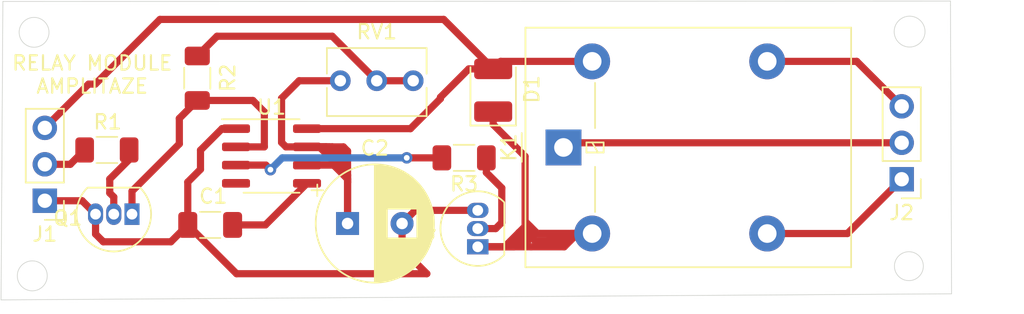
<source format=kicad_pcb>
(kicad_pcb (version 20171130) (host pcbnew "(5.1.10)-1")

  (general
    (thickness 1.6)
    (drawings 12)
    (tracks 124)
    (zones 0)
    (modules 13)
    (nets 16)
  )

  (page A4)
  (layers
    (0 F.Cu signal)
    (31 B.Cu signal)
    (32 B.Adhes user)
    (33 F.Adhes user)
    (34 B.Paste user)
    (35 F.Paste user)
    (36 B.SilkS user)
    (37 F.SilkS user)
    (38 B.Mask user)
    (39 F.Mask user)
    (40 Dwgs.User user)
    (41 Cmts.User user)
    (42 Eco1.User user)
    (43 Eco2.User user)
    (44 Edge.Cuts user)
    (45 Margin user)
    (46 B.CrtYd user)
    (47 F.CrtYd user hide)
    (48 B.Fab user)
    (49 F.Fab user hide)
  )

  (setup
    (last_trace_width 0.25)
    (user_trace_width 0.5)
    (trace_clearance 0.2)
    (zone_clearance 0.508)
    (zone_45_only no)
    (trace_min 0.2)
    (via_size 0.8)
    (via_drill 0.4)
    (via_min_size 0.4)
    (via_min_drill 0.3)
    (uvia_size 0.3)
    (uvia_drill 0.1)
    (uvias_allowed no)
    (uvia_min_size 0.2)
    (uvia_min_drill 0.1)
    (edge_width 0.05)
    (segment_width 0.2)
    (pcb_text_width 0.3)
    (pcb_text_size 1.5 1.5)
    (mod_edge_width 0.12)
    (mod_text_size 1 1)
    (mod_text_width 0.15)
    (pad_size 1.524 1.524)
    (pad_drill 0.762)
    (pad_to_mask_clearance 0)
    (aux_axis_origin 0 0)
    (visible_elements 7FFFFFFF)
    (pcbplotparams
      (layerselection 0x010fc_ffffffff)
      (usegerberextensions false)
      (usegerberattributes true)
      (usegerberadvancedattributes true)
      (creategerberjobfile true)
      (excludeedgelayer true)
      (linewidth 0.100000)
      (plotframeref false)
      (viasonmask false)
      (mode 1)
      (useauxorigin false)
      (hpglpennumber 1)
      (hpglpenspeed 20)
      (hpglpendiameter 15.000000)
      (psnegative false)
      (psa4output false)
      (plotreference true)
      (plotvalue true)
      (plotinvisibletext false)
      (padsonsilk false)
      (subtractmaskfromsilk false)
      (outputformat 1)
      (mirror false)
      (drillshape 1)
      (scaleselection 1)
      (outputdirectory ""))
  )

  (net 0 "")
  (net 1 "Net-(C1-Pad1)")
  (net 2 GND)
  (net 3 "Net-(C2-Pad1)")
  (net 4 "Net-(D1-Pad1)")
  (net 5 +12V)
  (net 6 SG)
  (net 7 NC)
  (net 8 CON)
  (net 9 NO)
  (net 10 "Net-(Q1-Pad1)")
  (net 11 "Net-(Q1-Pad2)")
  (net 12 "Net-(Q2-Pad2)")
  (net 13 "Net-(R2-Pad1)")
  (net 14 "Net-(R3-Pad2)")
  (net 15 "Net-(U1-Pad4)")

  (net_class Default "This is the default net class."
    (clearance 0.2)
    (trace_width 0.25)
    (via_dia 0.8)
    (via_drill 0.4)
    (uvia_dia 0.3)
    (uvia_drill 0.1)
    (add_net +12V)
    (add_net CON)
    (add_net GND)
    (add_net NC)
    (add_net NO)
    (add_net "Net-(C1-Pad1)")
    (add_net "Net-(C2-Pad1)")
    (add_net "Net-(D1-Pad1)")
    (add_net "Net-(Q1-Pad1)")
    (add_net "Net-(Q1-Pad2)")
    (add_net "Net-(Q2-Pad2)")
    (add_net "Net-(R2-Pad1)")
    (add_net "Net-(R3-Pad2)")
    (add_net "Net-(U1-Pad4)")
    (add_net SG)
  )

  (module Capacitor_SMD:C_1206_3216Metric_Pad1.33x1.80mm_HandSolder (layer F.Cu) (tedit 5F68FEEF) (tstamp 60AEA42F)
    (at 173.325 102.6 180)
    (descr "Capacitor SMD 1206 (3216 Metric), square (rectangular) end terminal, IPC_7351 nominal with elongated pad for handsoldering. (Body size source: IPC-SM-782 page 76, https://www.pcb-3d.com/wordpress/wp-content/uploads/ipc-sm-782a_amendment_1_and_2.pdf), generated with kicad-footprint-generator")
    (tags "capacitor handsolder")
    (path /60AE98A7)
    (attr smd)
    (fp_text reference C1 (at -0.2125 2) (layer F.SilkS)
      (effects (font (size 1 1) (thickness 0.15)))
    )
    (fp_text value C (at 0 1.85) (layer F.Fab)
      (effects (font (size 1 1) (thickness 0.15)))
    )
    (fp_line (start -1.6 0.8) (end -1.6 -0.8) (layer F.Fab) (width 0.1))
    (fp_line (start -1.6 -0.8) (end 1.6 -0.8) (layer F.Fab) (width 0.1))
    (fp_line (start 1.6 -0.8) (end 1.6 0.8) (layer F.Fab) (width 0.1))
    (fp_line (start 1.6 0.8) (end -1.6 0.8) (layer F.Fab) (width 0.1))
    (fp_line (start -0.711252 -0.91) (end 0.711252 -0.91) (layer F.SilkS) (width 0.12))
    (fp_line (start -0.711252 0.91) (end 0.711252 0.91) (layer F.SilkS) (width 0.12))
    (fp_line (start -2.48 1.15) (end -2.48 -1.15) (layer F.CrtYd) (width 0.05))
    (fp_line (start -2.48 -1.15) (end 2.48 -1.15) (layer F.CrtYd) (width 0.05))
    (fp_line (start 2.48 -1.15) (end 2.48 1.15) (layer F.CrtYd) (width 0.05))
    (fp_line (start 2.48 1.15) (end -2.48 1.15) (layer F.CrtYd) (width 0.05))
    (fp_text user %R (at 0 0) (layer F.Fab)
      (effects (font (size 0.8 0.8) (thickness 0.12)))
    )
    (pad 1 smd roundrect (at -1.5625 0 180) (size 1.325 1.8) (layers F.Cu F.Paste F.Mask) (roundrect_rratio 0.188679)
      (net 1 "Net-(C1-Pad1)"))
    (pad 2 smd roundrect (at 1.5625 0 180) (size 1.325 1.8) (layers F.Cu F.Paste F.Mask) (roundrect_rratio 0.188679)
      (net 2 GND))
    (model ${KISYS3DMOD}/Capacitor_SMD.3dshapes/C_1206_3216Metric.wrl
      (at (xyz 0 0 0))
      (scale (xyz 1 1 1))
      (rotate (xyz 0 0 0))
    )
  )

  (module Capacitor_THT:CP_Radial_D8.0mm_P3.80mm (layer F.Cu) (tedit 5AE50EF0) (tstamp 60AEA4D8)
    (at 182.9 102.5)
    (descr "CP, Radial series, Radial, pin pitch=3.80mm, , diameter=8mm, Electrolytic Capacitor")
    (tags "CP Radial series Radial pin pitch 3.80mm  diameter 8mm Electrolytic Capacitor")
    (path /60AE90B7)
    (fp_text reference C2 (at 1.9 -5.25) (layer F.SilkS)
      (effects (font (size 1 1) (thickness 0.15)))
    )
    (fp_text value CP (at 1.9 5.25) (layer F.Fab)
      (effects (font (size 1 1) (thickness 0.15)))
    )
    (fp_circle (center 1.9 0) (end 5.9 0) (layer F.Fab) (width 0.1))
    (fp_circle (center 1.9 0) (end 6.02 0) (layer F.SilkS) (width 0.12))
    (fp_circle (center 1.9 0) (end 6.15 0) (layer F.CrtYd) (width 0.05))
    (fp_line (start -1.526759 -1.7475) (end -0.726759 -1.7475) (layer F.Fab) (width 0.1))
    (fp_line (start -1.126759 -2.1475) (end -1.126759 -1.3475) (layer F.Fab) (width 0.1))
    (fp_line (start 1.9 -4.08) (end 1.9 4.08) (layer F.SilkS) (width 0.12))
    (fp_line (start 1.94 -4.08) (end 1.94 4.08) (layer F.SilkS) (width 0.12))
    (fp_line (start 1.98 -4.08) (end 1.98 4.08) (layer F.SilkS) (width 0.12))
    (fp_line (start 2.02 -4.079) (end 2.02 4.079) (layer F.SilkS) (width 0.12))
    (fp_line (start 2.06 -4.077) (end 2.06 4.077) (layer F.SilkS) (width 0.12))
    (fp_line (start 2.1 -4.076) (end 2.1 4.076) (layer F.SilkS) (width 0.12))
    (fp_line (start 2.14 -4.074) (end 2.14 4.074) (layer F.SilkS) (width 0.12))
    (fp_line (start 2.18 -4.071) (end 2.18 4.071) (layer F.SilkS) (width 0.12))
    (fp_line (start 2.22 -4.068) (end 2.22 4.068) (layer F.SilkS) (width 0.12))
    (fp_line (start 2.26 -4.065) (end 2.26 4.065) (layer F.SilkS) (width 0.12))
    (fp_line (start 2.3 -4.061) (end 2.3 4.061) (layer F.SilkS) (width 0.12))
    (fp_line (start 2.34 -4.057) (end 2.34 4.057) (layer F.SilkS) (width 0.12))
    (fp_line (start 2.38 -4.052) (end 2.38 4.052) (layer F.SilkS) (width 0.12))
    (fp_line (start 2.42 -4.048) (end 2.42 4.048) (layer F.SilkS) (width 0.12))
    (fp_line (start 2.46 -4.042) (end 2.46 4.042) (layer F.SilkS) (width 0.12))
    (fp_line (start 2.5 -4.037) (end 2.5 4.037) (layer F.SilkS) (width 0.12))
    (fp_line (start 2.54 -4.03) (end 2.54 4.03) (layer F.SilkS) (width 0.12))
    (fp_line (start 2.58 -4.024) (end 2.58 4.024) (layer F.SilkS) (width 0.12))
    (fp_line (start 2.621 -4.017) (end 2.621 4.017) (layer F.SilkS) (width 0.12))
    (fp_line (start 2.661 -4.01) (end 2.661 4.01) (layer F.SilkS) (width 0.12))
    (fp_line (start 2.701 -4.002) (end 2.701 4.002) (layer F.SilkS) (width 0.12))
    (fp_line (start 2.741 -3.994) (end 2.741 3.994) (layer F.SilkS) (width 0.12))
    (fp_line (start 2.781 -3.985) (end 2.781 -1.04) (layer F.SilkS) (width 0.12))
    (fp_line (start 2.781 1.04) (end 2.781 3.985) (layer F.SilkS) (width 0.12))
    (fp_line (start 2.821 -3.976) (end 2.821 -1.04) (layer F.SilkS) (width 0.12))
    (fp_line (start 2.821 1.04) (end 2.821 3.976) (layer F.SilkS) (width 0.12))
    (fp_line (start 2.861 -3.967) (end 2.861 -1.04) (layer F.SilkS) (width 0.12))
    (fp_line (start 2.861 1.04) (end 2.861 3.967) (layer F.SilkS) (width 0.12))
    (fp_line (start 2.901 -3.957) (end 2.901 -1.04) (layer F.SilkS) (width 0.12))
    (fp_line (start 2.901 1.04) (end 2.901 3.957) (layer F.SilkS) (width 0.12))
    (fp_line (start 2.941 -3.947) (end 2.941 -1.04) (layer F.SilkS) (width 0.12))
    (fp_line (start 2.941 1.04) (end 2.941 3.947) (layer F.SilkS) (width 0.12))
    (fp_line (start 2.981 -3.936) (end 2.981 -1.04) (layer F.SilkS) (width 0.12))
    (fp_line (start 2.981 1.04) (end 2.981 3.936) (layer F.SilkS) (width 0.12))
    (fp_line (start 3.021 -3.925) (end 3.021 -1.04) (layer F.SilkS) (width 0.12))
    (fp_line (start 3.021 1.04) (end 3.021 3.925) (layer F.SilkS) (width 0.12))
    (fp_line (start 3.061 -3.914) (end 3.061 -1.04) (layer F.SilkS) (width 0.12))
    (fp_line (start 3.061 1.04) (end 3.061 3.914) (layer F.SilkS) (width 0.12))
    (fp_line (start 3.101 -3.902) (end 3.101 -1.04) (layer F.SilkS) (width 0.12))
    (fp_line (start 3.101 1.04) (end 3.101 3.902) (layer F.SilkS) (width 0.12))
    (fp_line (start 3.141 -3.889) (end 3.141 -1.04) (layer F.SilkS) (width 0.12))
    (fp_line (start 3.141 1.04) (end 3.141 3.889) (layer F.SilkS) (width 0.12))
    (fp_line (start 3.181 -3.877) (end 3.181 -1.04) (layer F.SilkS) (width 0.12))
    (fp_line (start 3.181 1.04) (end 3.181 3.877) (layer F.SilkS) (width 0.12))
    (fp_line (start 3.221 -3.863) (end 3.221 -1.04) (layer F.SilkS) (width 0.12))
    (fp_line (start 3.221 1.04) (end 3.221 3.863) (layer F.SilkS) (width 0.12))
    (fp_line (start 3.261 -3.85) (end 3.261 -1.04) (layer F.SilkS) (width 0.12))
    (fp_line (start 3.261 1.04) (end 3.261 3.85) (layer F.SilkS) (width 0.12))
    (fp_line (start 3.301 -3.835) (end 3.301 -1.04) (layer F.SilkS) (width 0.12))
    (fp_line (start 3.301 1.04) (end 3.301 3.835) (layer F.SilkS) (width 0.12))
    (fp_line (start 3.341 -3.821) (end 3.341 -1.04) (layer F.SilkS) (width 0.12))
    (fp_line (start 3.341 1.04) (end 3.341 3.821) (layer F.SilkS) (width 0.12))
    (fp_line (start 3.381 -3.805) (end 3.381 -1.04) (layer F.SilkS) (width 0.12))
    (fp_line (start 3.381 1.04) (end 3.381 3.805) (layer F.SilkS) (width 0.12))
    (fp_line (start 3.421 -3.79) (end 3.421 -1.04) (layer F.SilkS) (width 0.12))
    (fp_line (start 3.421 1.04) (end 3.421 3.79) (layer F.SilkS) (width 0.12))
    (fp_line (start 3.461 -3.774) (end 3.461 -1.04) (layer F.SilkS) (width 0.12))
    (fp_line (start 3.461 1.04) (end 3.461 3.774) (layer F.SilkS) (width 0.12))
    (fp_line (start 3.501 -3.757) (end 3.501 -1.04) (layer F.SilkS) (width 0.12))
    (fp_line (start 3.501 1.04) (end 3.501 3.757) (layer F.SilkS) (width 0.12))
    (fp_line (start 3.541 -3.74) (end 3.541 -1.04) (layer F.SilkS) (width 0.12))
    (fp_line (start 3.541 1.04) (end 3.541 3.74) (layer F.SilkS) (width 0.12))
    (fp_line (start 3.581 -3.722) (end 3.581 -1.04) (layer F.SilkS) (width 0.12))
    (fp_line (start 3.581 1.04) (end 3.581 3.722) (layer F.SilkS) (width 0.12))
    (fp_line (start 3.621 -3.704) (end 3.621 -1.04) (layer F.SilkS) (width 0.12))
    (fp_line (start 3.621 1.04) (end 3.621 3.704) (layer F.SilkS) (width 0.12))
    (fp_line (start 3.661 -3.686) (end 3.661 -1.04) (layer F.SilkS) (width 0.12))
    (fp_line (start 3.661 1.04) (end 3.661 3.686) (layer F.SilkS) (width 0.12))
    (fp_line (start 3.701 -3.666) (end 3.701 -1.04) (layer F.SilkS) (width 0.12))
    (fp_line (start 3.701 1.04) (end 3.701 3.666) (layer F.SilkS) (width 0.12))
    (fp_line (start 3.741 -3.647) (end 3.741 -1.04) (layer F.SilkS) (width 0.12))
    (fp_line (start 3.741 1.04) (end 3.741 3.647) (layer F.SilkS) (width 0.12))
    (fp_line (start 3.781 -3.627) (end 3.781 -1.04) (layer F.SilkS) (width 0.12))
    (fp_line (start 3.781 1.04) (end 3.781 3.627) (layer F.SilkS) (width 0.12))
    (fp_line (start 3.821 -3.606) (end 3.821 -1.04) (layer F.SilkS) (width 0.12))
    (fp_line (start 3.821 1.04) (end 3.821 3.606) (layer F.SilkS) (width 0.12))
    (fp_line (start 3.861 -3.584) (end 3.861 -1.04) (layer F.SilkS) (width 0.12))
    (fp_line (start 3.861 1.04) (end 3.861 3.584) (layer F.SilkS) (width 0.12))
    (fp_line (start 3.901 -3.562) (end 3.901 -1.04) (layer F.SilkS) (width 0.12))
    (fp_line (start 3.901 1.04) (end 3.901 3.562) (layer F.SilkS) (width 0.12))
    (fp_line (start 3.941 -3.54) (end 3.941 -1.04) (layer F.SilkS) (width 0.12))
    (fp_line (start 3.941 1.04) (end 3.941 3.54) (layer F.SilkS) (width 0.12))
    (fp_line (start 3.981 -3.517) (end 3.981 -1.04) (layer F.SilkS) (width 0.12))
    (fp_line (start 3.981 1.04) (end 3.981 3.517) (layer F.SilkS) (width 0.12))
    (fp_line (start 4.021 -3.493) (end 4.021 -1.04) (layer F.SilkS) (width 0.12))
    (fp_line (start 4.021 1.04) (end 4.021 3.493) (layer F.SilkS) (width 0.12))
    (fp_line (start 4.061 -3.469) (end 4.061 -1.04) (layer F.SilkS) (width 0.12))
    (fp_line (start 4.061 1.04) (end 4.061 3.469) (layer F.SilkS) (width 0.12))
    (fp_line (start 4.101 -3.444) (end 4.101 -1.04) (layer F.SilkS) (width 0.12))
    (fp_line (start 4.101 1.04) (end 4.101 3.444) (layer F.SilkS) (width 0.12))
    (fp_line (start 4.141 -3.418) (end 4.141 -1.04) (layer F.SilkS) (width 0.12))
    (fp_line (start 4.141 1.04) (end 4.141 3.418) (layer F.SilkS) (width 0.12))
    (fp_line (start 4.181 -3.392) (end 4.181 -1.04) (layer F.SilkS) (width 0.12))
    (fp_line (start 4.181 1.04) (end 4.181 3.392) (layer F.SilkS) (width 0.12))
    (fp_line (start 4.221 -3.365) (end 4.221 -1.04) (layer F.SilkS) (width 0.12))
    (fp_line (start 4.221 1.04) (end 4.221 3.365) (layer F.SilkS) (width 0.12))
    (fp_line (start 4.261 -3.338) (end 4.261 -1.04) (layer F.SilkS) (width 0.12))
    (fp_line (start 4.261 1.04) (end 4.261 3.338) (layer F.SilkS) (width 0.12))
    (fp_line (start 4.301 -3.309) (end 4.301 -1.04) (layer F.SilkS) (width 0.12))
    (fp_line (start 4.301 1.04) (end 4.301 3.309) (layer F.SilkS) (width 0.12))
    (fp_line (start 4.341 -3.28) (end 4.341 -1.04) (layer F.SilkS) (width 0.12))
    (fp_line (start 4.341 1.04) (end 4.341 3.28) (layer F.SilkS) (width 0.12))
    (fp_line (start 4.381 -3.25) (end 4.381 -1.04) (layer F.SilkS) (width 0.12))
    (fp_line (start 4.381 1.04) (end 4.381 3.25) (layer F.SilkS) (width 0.12))
    (fp_line (start 4.421 -3.22) (end 4.421 -1.04) (layer F.SilkS) (width 0.12))
    (fp_line (start 4.421 1.04) (end 4.421 3.22) (layer F.SilkS) (width 0.12))
    (fp_line (start 4.461 -3.189) (end 4.461 -1.04) (layer F.SilkS) (width 0.12))
    (fp_line (start 4.461 1.04) (end 4.461 3.189) (layer F.SilkS) (width 0.12))
    (fp_line (start 4.501 -3.156) (end 4.501 -1.04) (layer F.SilkS) (width 0.12))
    (fp_line (start 4.501 1.04) (end 4.501 3.156) (layer F.SilkS) (width 0.12))
    (fp_line (start 4.541 -3.124) (end 4.541 -1.04) (layer F.SilkS) (width 0.12))
    (fp_line (start 4.541 1.04) (end 4.541 3.124) (layer F.SilkS) (width 0.12))
    (fp_line (start 4.581 -3.09) (end 4.581 -1.04) (layer F.SilkS) (width 0.12))
    (fp_line (start 4.581 1.04) (end 4.581 3.09) (layer F.SilkS) (width 0.12))
    (fp_line (start 4.621 -3.055) (end 4.621 -1.04) (layer F.SilkS) (width 0.12))
    (fp_line (start 4.621 1.04) (end 4.621 3.055) (layer F.SilkS) (width 0.12))
    (fp_line (start 4.661 -3.019) (end 4.661 -1.04) (layer F.SilkS) (width 0.12))
    (fp_line (start 4.661 1.04) (end 4.661 3.019) (layer F.SilkS) (width 0.12))
    (fp_line (start 4.701 -2.983) (end 4.701 -1.04) (layer F.SilkS) (width 0.12))
    (fp_line (start 4.701 1.04) (end 4.701 2.983) (layer F.SilkS) (width 0.12))
    (fp_line (start 4.741 -2.945) (end 4.741 -1.04) (layer F.SilkS) (width 0.12))
    (fp_line (start 4.741 1.04) (end 4.741 2.945) (layer F.SilkS) (width 0.12))
    (fp_line (start 4.781 -2.907) (end 4.781 -1.04) (layer F.SilkS) (width 0.12))
    (fp_line (start 4.781 1.04) (end 4.781 2.907) (layer F.SilkS) (width 0.12))
    (fp_line (start 4.821 -2.867) (end 4.821 -1.04) (layer F.SilkS) (width 0.12))
    (fp_line (start 4.821 1.04) (end 4.821 2.867) (layer F.SilkS) (width 0.12))
    (fp_line (start 4.861 -2.826) (end 4.861 2.826) (layer F.SilkS) (width 0.12))
    (fp_line (start 4.901 -2.784) (end 4.901 2.784) (layer F.SilkS) (width 0.12))
    (fp_line (start 4.941 -2.741) (end 4.941 2.741) (layer F.SilkS) (width 0.12))
    (fp_line (start 4.981 -2.697) (end 4.981 2.697) (layer F.SilkS) (width 0.12))
    (fp_line (start 5.021 -2.651) (end 5.021 2.651) (layer F.SilkS) (width 0.12))
    (fp_line (start 5.061 -2.604) (end 5.061 2.604) (layer F.SilkS) (width 0.12))
    (fp_line (start 5.101 -2.556) (end 5.101 2.556) (layer F.SilkS) (width 0.12))
    (fp_line (start 5.141 -2.505) (end 5.141 2.505) (layer F.SilkS) (width 0.12))
    (fp_line (start 5.181 -2.454) (end 5.181 2.454) (layer F.SilkS) (width 0.12))
    (fp_line (start 5.221 -2.4) (end 5.221 2.4) (layer F.SilkS) (width 0.12))
    (fp_line (start 5.261 -2.345) (end 5.261 2.345) (layer F.SilkS) (width 0.12))
    (fp_line (start 5.301 -2.287) (end 5.301 2.287) (layer F.SilkS) (width 0.12))
    (fp_line (start 5.341 -2.228) (end 5.341 2.228) (layer F.SilkS) (width 0.12))
    (fp_line (start 5.381 -2.166) (end 5.381 2.166) (layer F.SilkS) (width 0.12))
    (fp_line (start 5.421 -2.102) (end 5.421 2.102) (layer F.SilkS) (width 0.12))
    (fp_line (start 5.461 -2.034) (end 5.461 2.034) (layer F.SilkS) (width 0.12))
    (fp_line (start 5.501 -1.964) (end 5.501 1.964) (layer F.SilkS) (width 0.12))
    (fp_line (start 5.541 -1.89) (end 5.541 1.89) (layer F.SilkS) (width 0.12))
    (fp_line (start 5.581 -1.813) (end 5.581 1.813) (layer F.SilkS) (width 0.12))
    (fp_line (start 5.621 -1.731) (end 5.621 1.731) (layer F.SilkS) (width 0.12))
    (fp_line (start 5.661 -1.645) (end 5.661 1.645) (layer F.SilkS) (width 0.12))
    (fp_line (start 5.701 -1.552) (end 5.701 1.552) (layer F.SilkS) (width 0.12))
    (fp_line (start 5.741 -1.453) (end 5.741 1.453) (layer F.SilkS) (width 0.12))
    (fp_line (start 5.781 -1.346) (end 5.781 1.346) (layer F.SilkS) (width 0.12))
    (fp_line (start 5.821 -1.229) (end 5.821 1.229) (layer F.SilkS) (width 0.12))
    (fp_line (start 5.861 -1.098) (end 5.861 1.098) (layer F.SilkS) (width 0.12))
    (fp_line (start 5.901 -0.948) (end 5.901 0.948) (layer F.SilkS) (width 0.12))
    (fp_line (start 5.941 -0.768) (end 5.941 0.768) (layer F.SilkS) (width 0.12))
    (fp_line (start 5.981 -0.533) (end 5.981 0.533) (layer F.SilkS) (width 0.12))
    (fp_line (start -2.509698 -2.315) (end -1.709698 -2.315) (layer F.SilkS) (width 0.12))
    (fp_line (start -2.109698 -2.715) (end -2.109698 -1.915) (layer F.SilkS) (width 0.12))
    (fp_text user %R (at 1.9 0) (layer F.Fab)
      (effects (font (size 1 1) (thickness 0.15)))
    )
    (pad 1 thru_hole rect (at 0 0) (size 1.6 1.6) (drill 0.8) (layers *.Cu *.Mask)
      (net 3 "Net-(C2-Pad1)"))
    (pad 2 thru_hole circle (at 3.8 0) (size 1.6 1.6) (drill 0.8) (layers *.Cu *.Mask)
      (net 2 GND))
    (model ${KISYS3DMOD}/Capacitor_THT.3dshapes/CP_Radial_D8.0mm_P3.80mm.wrl
      (at (xyz 0 0 0))
      (scale (xyz 1 1 1))
      (rotate (xyz 0 0 0))
    )
  )

  (module Diode_SMD:D_1210_3225Metric_Pad1.42x2.65mm_HandSolder (layer F.Cu) (tedit 5F68FEF0) (tstamp 60AEA4EB)
    (at 193.05 93.2125 90)
    (descr "Diode SMD 1210 (3225 Metric), square (rectangular) end terminal, IPC_7351 nominal, (Body size source: http://www.tortai-tech.com/upload/download/2011102023233369053.pdf), generated with kicad-footprint-generator")
    (tags "diode handsolder")
    (path /60AE3E59)
    (attr smd)
    (fp_text reference D1 (at 0.0625 2.7 90) (layer F.SilkS)
      (effects (font (size 1 1) (thickness 0.15)))
    )
    (fp_text value DIODE (at 0 2.28 90) (layer F.Fab)
      (effects (font (size 1 1) (thickness 0.15)))
    )
    (fp_line (start 1.6 -1.25) (end -0.975 -1.25) (layer F.Fab) (width 0.1))
    (fp_line (start -0.975 -1.25) (end -1.6 -0.625) (layer F.Fab) (width 0.1))
    (fp_line (start -1.6 -0.625) (end -1.6 1.25) (layer F.Fab) (width 0.1))
    (fp_line (start -1.6 1.25) (end 1.6 1.25) (layer F.Fab) (width 0.1))
    (fp_line (start 1.6 1.25) (end 1.6 -1.25) (layer F.Fab) (width 0.1))
    (fp_line (start 1.6 -1.585) (end -2.46 -1.585) (layer F.SilkS) (width 0.12))
    (fp_line (start -2.46 -1.585) (end -2.46 1.585) (layer F.SilkS) (width 0.12))
    (fp_line (start -2.46 1.585) (end 1.6 1.585) (layer F.SilkS) (width 0.12))
    (fp_line (start -2.45 1.58) (end -2.45 -1.58) (layer F.CrtYd) (width 0.05))
    (fp_line (start -2.45 -1.58) (end 2.45 -1.58) (layer F.CrtYd) (width 0.05))
    (fp_line (start 2.45 -1.58) (end 2.45 1.58) (layer F.CrtYd) (width 0.05))
    (fp_line (start 2.45 1.58) (end -2.45 1.58) (layer F.CrtYd) (width 0.05))
    (fp_text user %R (at 0 0 90) (layer F.Fab)
      (effects (font (size 0.8 0.8) (thickness 0.12)))
    )
    (pad 1 smd roundrect (at -1.4875 0 90) (size 1.425 2.65) (layers F.Cu F.Paste F.Mask) (roundrect_rratio 0.175439)
      (net 4 "Net-(D1-Pad1)"))
    (pad 2 smd roundrect (at 1.4875 0 90) (size 1.425 2.65) (layers F.Cu F.Paste F.Mask) (roundrect_rratio 0.175439)
      (net 5 +12V))
    (model ${KISYS3DMOD}/Diode_SMD.3dshapes/D_1210_3225Metric.wrl
      (at (xyz 0 0 0))
      (scale (xyz 1 1 1))
      (rotate (xyz 0 0 0))
    )
  )

  (module Connector_PinHeader_2.54mm:PinHeader_1x03_P2.54mm_Vertical (layer F.Cu) (tedit 59FED5CC) (tstamp 60AEA502)
    (at 161.8 100.915 180)
    (descr "Through hole straight pin header, 1x03, 2.54mm pitch, single row")
    (tags "Through hole pin header THT 1x03 2.54mm single row")
    (path /60AE9D83)
    (fp_text reference J1 (at 0 -2.33) (layer F.SilkS)
      (effects (font (size 1 1) (thickness 0.15)))
    )
    (fp_text value Conn_01x03 (at 0 7.41) (layer F.Fab)
      (effects (font (size 1 1) (thickness 0.15)))
    )
    (fp_line (start -0.635 -1.27) (end 1.27 -1.27) (layer F.Fab) (width 0.1))
    (fp_line (start 1.27 -1.27) (end 1.27 6.35) (layer F.Fab) (width 0.1))
    (fp_line (start 1.27 6.35) (end -1.27 6.35) (layer F.Fab) (width 0.1))
    (fp_line (start -1.27 6.35) (end -1.27 -0.635) (layer F.Fab) (width 0.1))
    (fp_line (start -1.27 -0.635) (end -0.635 -1.27) (layer F.Fab) (width 0.1))
    (fp_line (start -1.33 6.41) (end 1.33 6.41) (layer F.SilkS) (width 0.12))
    (fp_line (start -1.33 1.27) (end -1.33 6.41) (layer F.SilkS) (width 0.12))
    (fp_line (start 1.33 1.27) (end 1.33 6.41) (layer F.SilkS) (width 0.12))
    (fp_line (start -1.33 1.27) (end 1.33 1.27) (layer F.SilkS) (width 0.12))
    (fp_line (start -1.33 0) (end -1.33 -1.33) (layer F.SilkS) (width 0.12))
    (fp_line (start -1.33 -1.33) (end 0 -1.33) (layer F.SilkS) (width 0.12))
    (fp_line (start -1.8 -1.8) (end -1.8 6.85) (layer F.CrtYd) (width 0.05))
    (fp_line (start -1.8 6.85) (end 1.8 6.85) (layer F.CrtYd) (width 0.05))
    (fp_line (start 1.8 6.85) (end 1.8 -1.8) (layer F.CrtYd) (width 0.05))
    (fp_line (start 1.8 -1.8) (end -1.8 -1.8) (layer F.CrtYd) (width 0.05))
    (fp_text user %R (at 0 2.54 90) (layer F.Fab)
      (effects (font (size 1 1) (thickness 0.15)))
    )
    (pad 1 thru_hole rect (at 0 0 180) (size 1.7 1.7) (drill 1) (layers *.Cu *.Mask)
      (net 2 GND))
    (pad 2 thru_hole oval (at 0 2.54 180) (size 1.7 1.7) (drill 1) (layers *.Cu *.Mask)
      (net 6 SG))
    (pad 3 thru_hole oval (at 0 5.08 180) (size 1.7 1.7) (drill 1) (layers *.Cu *.Mask)
      (net 5 +12V))
    (model ${KISYS3DMOD}/Connector_PinHeader_2.54mm.3dshapes/PinHeader_1x03_P2.54mm_Vertical.wrl
      (at (xyz 0 0 0))
      (scale (xyz 1 1 1))
      (rotate (xyz 0 0 0))
    )
  )

  (module Connector_PinHeader_2.54mm:PinHeader_1x03_P2.54mm_Vertical (layer F.Cu) (tedit 59FED5CC) (tstamp 60AEA519)
    (at 221.525 99.415 180)
    (descr "Through hole straight pin header, 1x03, 2.54mm pitch, single row")
    (tags "Through hole pin header THT 1x03 2.54mm single row")
    (path /60AEA654)
    (fp_text reference J2 (at 0 -2.33) (layer F.SilkS)
      (effects (font (size 1 1) (thickness 0.15)))
    )
    (fp_text value Conn_01x03 (at 0 7.41) (layer F.Fab)
      (effects (font (size 1 1) (thickness 0.15)))
    )
    (fp_line (start 1.8 -1.8) (end -1.8 -1.8) (layer F.CrtYd) (width 0.05))
    (fp_line (start 1.8 6.85) (end 1.8 -1.8) (layer F.CrtYd) (width 0.05))
    (fp_line (start -1.8 6.85) (end 1.8 6.85) (layer F.CrtYd) (width 0.05))
    (fp_line (start -1.8 -1.8) (end -1.8 6.85) (layer F.CrtYd) (width 0.05))
    (fp_line (start -1.33 -1.33) (end 0 -1.33) (layer F.SilkS) (width 0.12))
    (fp_line (start -1.33 0) (end -1.33 -1.33) (layer F.SilkS) (width 0.12))
    (fp_line (start -1.33 1.27) (end 1.33 1.27) (layer F.SilkS) (width 0.12))
    (fp_line (start 1.33 1.27) (end 1.33 6.41) (layer F.SilkS) (width 0.12))
    (fp_line (start -1.33 1.27) (end -1.33 6.41) (layer F.SilkS) (width 0.12))
    (fp_line (start -1.33 6.41) (end 1.33 6.41) (layer F.SilkS) (width 0.12))
    (fp_line (start -1.27 -0.635) (end -0.635 -1.27) (layer F.Fab) (width 0.1))
    (fp_line (start -1.27 6.35) (end -1.27 -0.635) (layer F.Fab) (width 0.1))
    (fp_line (start 1.27 6.35) (end -1.27 6.35) (layer F.Fab) (width 0.1))
    (fp_line (start 1.27 -1.27) (end 1.27 6.35) (layer F.Fab) (width 0.1))
    (fp_line (start -0.635 -1.27) (end 1.27 -1.27) (layer F.Fab) (width 0.1))
    (fp_text user %R (at 0 2.54 90) (layer F.Fab)
      (effects (font (size 1 1) (thickness 0.15)))
    )
    (pad 3 thru_hole oval (at 0 5.08 180) (size 1.7 1.7) (drill 1) (layers *.Cu *.Mask)
      (net 7 NC))
    (pad 2 thru_hole oval (at 0 2.54 180) (size 1.7 1.7) (drill 1) (layers *.Cu *.Mask)
      (net 8 CON))
    (pad 1 thru_hole rect (at 0 0 180) (size 1.7 1.7) (drill 1) (layers *.Cu *.Mask)
      (net 9 NO))
    (model ${KISYS3DMOD}/Connector_PinHeader_2.54mm.3dshapes/PinHeader_1x03_P2.54mm_Vertical.wrl
      (at (xyz 0 0 0))
      (scale (xyz 1 1 1))
      (rotate (xyz 0 0 0))
    )
  )

  (module Relay_THT:Relay_SPDT_Omron-G5LE-1 (layer F.Cu) (tedit 5AE38B37) (tstamp 60AEA53B)
    (at 197.95 97.2 90)
    (descr "Omron Relay SPDT, http://www.omron.com/ecb/products/pdf/en-g5le.pdf")
    (tags "Omron Relay SPDT")
    (path /60B14668)
    (fp_text reference K1 (at 0 -3.8 90) (layer F.SilkS)
      (effects (font (size 1 1) (thickness 0.15)))
    )
    (fp_text value G5LE-1 (at 0 20.95 90) (layer F.Fab)
      (effects (font (size 1 1) (thickness 0.15)))
    )
    (fp_line (start 0 -1.55) (end 1 -2.55) (layer F.Fab) (width 0.1))
    (fp_line (start 1 -2.55) (end 8.25 -2.55) (layer F.Fab) (width 0.1))
    (fp_line (start 8.25 -2.55) (end 8.25 19.95) (layer F.Fab) (width 0.1))
    (fp_line (start 8.25 19.95) (end -8.25 19.95) (layer F.Fab) (width 0.1))
    (fp_line (start -8.25 19.95) (end -8.25 -2.55) (layer F.Fab) (width 0.1))
    (fp_line (start -8.25 -2.55) (end -1 -2.55) (layer F.Fab) (width 0.1))
    (fp_line (start -1 -2.55) (end 0 -1.55) (layer F.Fab) (width 0.1))
    (fp_line (start -4.5 2) (end 4.5 2) (layer F.Fab) (width 0.1))
    (fp_line (start 8.35 20.05) (end 8.35 -2.65) (layer F.SilkS) (width 0.12))
    (fp_line (start 8.35 -2.65) (end -8.35 -2.65) (layer F.SilkS) (width 0.12))
    (fp_line (start -8.35 -2.65) (end -8.35 20.05) (layer F.SilkS) (width 0.12))
    (fp_line (start -8.35 20.05) (end 8.35 20.05) (layer F.SilkS) (width 0.12))
    (fp_line (start -0.35 2.4) (end 0.35 2) (layer F.SilkS) (width 0.12))
    (fp_line (start 0.35 2.8) (end 0.35 1.6) (layer F.SilkS) (width 0.12))
    (fp_line (start 0.35 1.6) (end -0.35 1.6) (layer F.SilkS) (width 0.12))
    (fp_line (start -0.35 1.6) (end -0.35 2.8) (layer F.SilkS) (width 0.12))
    (fp_line (start -0.35 2.8) (end 0.35 2.8) (layer F.SilkS) (width 0.12))
    (fp_line (start -1 -2.91) (end 1 -2.91) (layer F.SilkS) (width 0.12))
    (fp_line (start -4.5 2.2) (end -1.35 2.2) (layer F.SilkS) (width 0.12))
    (fp_line (start 1.35 2.2) (end 4.5 2.2) (layer F.SilkS) (width 0.12))
    (fp_line (start 8.5 20.2) (end 8.5 -2.8) (layer F.CrtYd) (width 0.05))
    (fp_line (start 8.5 -2.8) (end -8.5 -2.8) (layer F.CrtYd) (width 0.05))
    (fp_line (start -8.5 -2.8) (end -8.5 20.2) (layer F.CrtYd) (width 0.05))
    (fp_line (start -8.5 20.2) (end 8.5 20.2) (layer F.CrtYd) (width 0.05))
    (fp_text user %R (at 0 8.7 90) (layer F.Fab)
      (effects (font (size 1 1) (thickness 0.15)))
    )
    (pad 1 thru_hole rect (at 0 0 90) (size 2.5 2.5) (drill 1.3) (layers *.Cu *.Mask)
      (net 8 CON))
    (pad 2 thru_hole oval (at -6 2 90) (size 2.5 2.5) (drill 1.3) (layers *.Cu *.Mask)
      (net 4 "Net-(D1-Pad1)"))
    (pad 3 thru_hole oval (at -6 14.2 90) (size 2.5 2.5) (drill 1.3) (layers *.Cu *.Mask)
      (net 9 NO))
    (pad 4 thru_hole oval (at 6 14.2 90) (size 2.5 2.5) (drill 1.3) (layers *.Cu *.Mask)
      (net 7 NC))
    (pad 5 thru_hole oval (at 6 2 90) (size 2.5 2.5) (drill 1.3) (layers *.Cu *.Mask)
      (net 5 +12V))
    (model ${KISYS3DMOD}/Relay_THT.3dshapes/Relay_SPDT_Omron-G5LE-1.wrl
      (at (xyz 0 0 0))
      (scale (xyz 1 1 1))
      (rotate (xyz 0 0 0))
    )
  )

  (module Package_TO_SOT_THT:TO-92_Inline (layer F.Cu) (tedit 5A1DD157) (tstamp 60AEA54D)
    (at 167.875 101.85 180)
    (descr "TO-92 leads in-line, narrow, oval pads, drill 0.75mm (see NXP sot054_po.pdf)")
    (tags "to-92 sc-43 sc-43a sot54 PA33 transistor")
    (path /60AE55D4)
    (fp_text reference Q1 (at 4.475 -0.275) (layer F.SilkS)
      (effects (font (size 1 1) (thickness 0.15)))
    )
    (fp_text value BC547 (at 1.27 2.79) (layer F.Fab)
      (effects (font (size 1 1) (thickness 0.15)))
    )
    (fp_line (start -0.53 1.85) (end 3.07 1.85) (layer F.SilkS) (width 0.12))
    (fp_line (start -0.5 1.75) (end 3 1.75) (layer F.Fab) (width 0.1))
    (fp_line (start -1.46 -2.73) (end 4 -2.73) (layer F.CrtYd) (width 0.05))
    (fp_line (start -1.46 -2.73) (end -1.46 2.01) (layer F.CrtYd) (width 0.05))
    (fp_line (start 4 2.01) (end 4 -2.73) (layer F.CrtYd) (width 0.05))
    (fp_line (start 4 2.01) (end -1.46 2.01) (layer F.CrtYd) (width 0.05))
    (fp_text user %R (at 1.27 0) (layer F.Fab)
      (effects (font (size 1 1) (thickness 0.15)))
    )
    (fp_arc (start 1.27 0) (end 1.27 -2.48) (angle 135) (layer F.Fab) (width 0.1))
    (fp_arc (start 1.27 0) (end 1.27 -2.6) (angle -135) (layer F.SilkS) (width 0.12))
    (fp_arc (start 1.27 0) (end 1.27 -2.48) (angle -135) (layer F.Fab) (width 0.1))
    (fp_arc (start 1.27 0) (end 1.27 -2.6) (angle 135) (layer F.SilkS) (width 0.12))
    (pad 2 thru_hole oval (at 1.27 0 180) (size 1.05 1.5) (drill 0.75) (layers *.Cu *.Mask)
      (net 11 "Net-(Q1-Pad2)"))
    (pad 3 thru_hole oval (at 2.54 0 180) (size 1.05 1.5) (drill 0.75) (layers *.Cu *.Mask)
      (net 2 GND))
    (pad 1 thru_hole rect (at 0 0 180) (size 1.05 1.5) (drill 0.75) (layers *.Cu *.Mask)
      (net 10 "Net-(Q1-Pad1)"))
    (model ${KISYS3DMOD}/Package_TO_SOT_THT.3dshapes/TO-92_Inline.wrl
      (at (xyz 0 0 0))
      (scale (xyz 1 1 1))
      (rotate (xyz 0 0 0))
    )
  )

  (module Package_TO_SOT_THT:TO-92_Inline (layer F.Cu) (tedit 5A1DD157) (tstamp 60AEA55F)
    (at 191.975 104.125 90)
    (descr "TO-92 leads in-line, narrow, oval pads, drill 0.75mm (see NXP sot054_po.pdf)")
    (tags "to-92 sc-43 sc-43a sot54 PA33 transistor")
    (path /60AE4CDE)
    (fp_text reference Q2 (at 1.27 -3.56 90) (layer F.SilkS)
      (effects (font (size 1 1) (thickness 0.15)))
    )
    (fp_text value BC547 (at 1.27 2.79 90) (layer F.Fab)
      (effects (font (size 1 1) (thickness 0.15)))
    )
    (fp_line (start -0.53 1.85) (end 3.07 1.85) (layer F.SilkS) (width 0.12))
    (fp_line (start -0.5 1.75) (end 3 1.75) (layer F.Fab) (width 0.1))
    (fp_line (start -1.46 -2.73) (end 4 -2.73) (layer F.CrtYd) (width 0.05))
    (fp_line (start -1.46 -2.73) (end -1.46 2.01) (layer F.CrtYd) (width 0.05))
    (fp_line (start 4 2.01) (end 4 -2.73) (layer F.CrtYd) (width 0.05))
    (fp_line (start 4 2.01) (end -1.46 2.01) (layer F.CrtYd) (width 0.05))
    (fp_text user %R (at 1.27 0 90) (layer F.Fab)
      (effects (font (size 1 1) (thickness 0.15)))
    )
    (fp_arc (start 1.27 0) (end 1.27 -2.48) (angle 135) (layer F.Fab) (width 0.1))
    (fp_arc (start 1.27 0) (end 1.27 -2.6) (angle -135) (layer F.SilkS) (width 0.12))
    (fp_arc (start 1.27 0) (end 1.27 -2.48) (angle -135) (layer F.Fab) (width 0.1))
    (fp_arc (start 1.27 0) (end 1.27 -2.6) (angle 135) (layer F.SilkS) (width 0.12))
    (pad 2 thru_hole oval (at 1.27 0 90) (size 1.05 1.5) (drill 0.75) (layers *.Cu *.Mask)
      (net 12 "Net-(Q2-Pad2)"))
    (pad 3 thru_hole oval (at 2.54 0 90) (size 1.05 1.5) (drill 0.75) (layers *.Cu *.Mask)
      (net 2 GND))
    (pad 1 thru_hole rect (at 0 0 90) (size 1.05 1.5) (drill 0.75) (layers *.Cu *.Mask)
      (net 4 "Net-(D1-Pad1)"))
    (model ${KISYS3DMOD}/Package_TO_SOT_THT.3dshapes/TO-92_Inline.wrl
      (at (xyz 0 0 0))
      (scale (xyz 1 1 1))
      (rotate (xyz 0 0 0))
    )
  )

  (module Resistor_SMD:R_1206_3216Metric_Pad1.30x1.75mm_HandSolder (layer F.Cu) (tedit 5F68FEEE) (tstamp 60AEA570)
    (at 166.125 97.375 180)
    (descr "Resistor SMD 1206 (3216 Metric), square (rectangular) end terminal, IPC_7351 nominal with elongated pad for handsoldering. (Body size source: IPC-SM-782 page 72, https://www.pcb-3d.com/wordpress/wp-content/uploads/ipc-sm-782a_amendment_1_and_2.pdf), generated with kicad-footprint-generator")
    (tags "resistor handsolder")
    (path /60AE734A)
    (attr smd)
    (fp_text reference R1 (at -0.05 1.95) (layer F.SilkS)
      (effects (font (size 1 1) (thickness 0.15)))
    )
    (fp_text value R (at 0 1.82) (layer F.Fab)
      (effects (font (size 1 1) (thickness 0.15)))
    )
    (fp_line (start -1.6 0.8) (end -1.6 -0.8) (layer F.Fab) (width 0.1))
    (fp_line (start -1.6 -0.8) (end 1.6 -0.8) (layer F.Fab) (width 0.1))
    (fp_line (start 1.6 -0.8) (end 1.6 0.8) (layer F.Fab) (width 0.1))
    (fp_line (start 1.6 0.8) (end -1.6 0.8) (layer F.Fab) (width 0.1))
    (fp_line (start -0.727064 -0.91) (end 0.727064 -0.91) (layer F.SilkS) (width 0.12))
    (fp_line (start -0.727064 0.91) (end 0.727064 0.91) (layer F.SilkS) (width 0.12))
    (fp_line (start -2.45 1.12) (end -2.45 -1.12) (layer F.CrtYd) (width 0.05))
    (fp_line (start -2.45 -1.12) (end 2.45 -1.12) (layer F.CrtYd) (width 0.05))
    (fp_line (start 2.45 -1.12) (end 2.45 1.12) (layer F.CrtYd) (width 0.05))
    (fp_line (start 2.45 1.12) (end -2.45 1.12) (layer F.CrtYd) (width 0.05))
    (fp_text user %R (at 0 0) (layer F.Fab)
      (effects (font (size 0.8 0.8) (thickness 0.12)))
    )
    (pad 1 smd roundrect (at -1.55 0 180) (size 1.3 1.75) (layers F.Cu F.Paste F.Mask) (roundrect_rratio 0.192308)
      (net 11 "Net-(Q1-Pad2)"))
    (pad 2 smd roundrect (at 1.55 0 180) (size 1.3 1.75) (layers F.Cu F.Paste F.Mask) (roundrect_rratio 0.192308)
      (net 6 SG))
    (model ${KISYS3DMOD}/Resistor_SMD.3dshapes/R_1206_3216Metric.wrl
      (at (xyz 0 0 0))
      (scale (xyz 1 1 1))
      (rotate (xyz 0 0 0))
    )
  )

  (module Resistor_SMD:R_1206_3216Metric_Pad1.30x1.75mm_HandSolder (layer F.Cu) (tedit 5F68FEEE) (tstamp 60AEA581)
    (at 172.425 92.375 270)
    (descr "Resistor SMD 1206 (3216 Metric), square (rectangular) end terminal, IPC_7351 nominal with elongated pad for handsoldering. (Body size source: IPC-SM-782 page 72, https://www.pcb-3d.com/wordpress/wp-content/uploads/ipc-sm-782a_amendment_1_and_2.pdf), generated with kicad-footprint-generator")
    (tags "resistor handsolder")
    (path /60AE6E00)
    (attr smd)
    (fp_text reference R2 (at -0.025 -2.125 90) (layer F.SilkS)
      (effects (font (size 1 1) (thickness 0.15)))
    )
    (fp_text value R (at 0 1.82 90) (layer F.Fab)
      (effects (font (size 1 1) (thickness 0.15)))
    )
    (fp_line (start 2.45 1.12) (end -2.45 1.12) (layer F.CrtYd) (width 0.05))
    (fp_line (start 2.45 -1.12) (end 2.45 1.12) (layer F.CrtYd) (width 0.05))
    (fp_line (start -2.45 -1.12) (end 2.45 -1.12) (layer F.CrtYd) (width 0.05))
    (fp_line (start -2.45 1.12) (end -2.45 -1.12) (layer F.CrtYd) (width 0.05))
    (fp_line (start -0.727064 0.91) (end 0.727064 0.91) (layer F.SilkS) (width 0.12))
    (fp_line (start -0.727064 -0.91) (end 0.727064 -0.91) (layer F.SilkS) (width 0.12))
    (fp_line (start 1.6 0.8) (end -1.6 0.8) (layer F.Fab) (width 0.1))
    (fp_line (start 1.6 -0.8) (end 1.6 0.8) (layer F.Fab) (width 0.1))
    (fp_line (start -1.6 -0.8) (end 1.6 -0.8) (layer F.Fab) (width 0.1))
    (fp_line (start -1.6 0.8) (end -1.6 -0.8) (layer F.Fab) (width 0.1))
    (fp_text user %R (at 0 0 90) (layer F.Fab)
      (effects (font (size 0.8 0.8) (thickness 0.12)))
    )
    (pad 2 smd roundrect (at 1.55 0 270) (size 1.3 1.75) (layers F.Cu F.Paste F.Mask) (roundrect_rratio 0.192308)
      (net 10 "Net-(Q1-Pad1)"))
    (pad 1 smd roundrect (at -1.55 0 270) (size 1.3 1.75) (layers F.Cu F.Paste F.Mask) (roundrect_rratio 0.192308)
      (net 13 "Net-(R2-Pad1)"))
    (model ${KISYS3DMOD}/Resistor_SMD.3dshapes/R_1206_3216Metric.wrl
      (at (xyz 0 0 0))
      (scale (xyz 1 1 1))
      (rotate (xyz 0 0 0))
    )
  )

  (module Resistor_SMD:R_1206_3216Metric_Pad1.30x1.75mm_HandSolder (layer F.Cu) (tedit 5F68FEEE) (tstamp 60AEA592)
    (at 191.025 97.925 180)
    (descr "Resistor SMD 1206 (3216 Metric), square (rectangular) end terminal, IPC_7351 nominal with elongated pad for handsoldering. (Body size source: IPC-SM-782 page 72, https://www.pcb-3d.com/wordpress/wp-content/uploads/ipc-sm-782a_amendment_1_and_2.pdf), generated with kicad-footprint-generator")
    (tags "resistor handsolder")
    (path /60AE6950)
    (attr smd)
    (fp_text reference R3 (at 0 -1.82) (layer F.SilkS)
      (effects (font (size 1 1) (thickness 0.15)))
    )
    (fp_text value R (at 0 1.82) (layer F.Fab)
      (effects (font (size 1 1) (thickness 0.15)))
    )
    (fp_line (start -1.6 0.8) (end -1.6 -0.8) (layer F.Fab) (width 0.1))
    (fp_line (start -1.6 -0.8) (end 1.6 -0.8) (layer F.Fab) (width 0.1))
    (fp_line (start 1.6 -0.8) (end 1.6 0.8) (layer F.Fab) (width 0.1))
    (fp_line (start 1.6 0.8) (end -1.6 0.8) (layer F.Fab) (width 0.1))
    (fp_line (start -0.727064 -0.91) (end 0.727064 -0.91) (layer F.SilkS) (width 0.12))
    (fp_line (start -0.727064 0.91) (end 0.727064 0.91) (layer F.SilkS) (width 0.12))
    (fp_line (start -2.45 1.12) (end -2.45 -1.12) (layer F.CrtYd) (width 0.05))
    (fp_line (start -2.45 -1.12) (end 2.45 -1.12) (layer F.CrtYd) (width 0.05))
    (fp_line (start 2.45 -1.12) (end 2.45 1.12) (layer F.CrtYd) (width 0.05))
    (fp_line (start 2.45 1.12) (end -2.45 1.12) (layer F.CrtYd) (width 0.05))
    (fp_text user %R (at 0 0) (layer F.Fab)
      (effects (font (size 0.8 0.8) (thickness 0.12)))
    )
    (pad 1 smd roundrect (at -1.55 0 180) (size 1.3 1.75) (layers F.Cu F.Paste F.Mask) (roundrect_rratio 0.192308)
      (net 12 "Net-(Q2-Pad2)"))
    (pad 2 smd roundrect (at 1.55 0 180) (size 1.3 1.75) (layers F.Cu F.Paste F.Mask) (roundrect_rratio 0.192308)
      (net 14 "Net-(R3-Pad2)"))
    (model ${KISYS3DMOD}/Resistor_SMD.3dshapes/R_1206_3216Metric.wrl
      (at (xyz 0 0 0))
      (scale (xyz 1 1 1))
      (rotate (xyz 0 0 0))
    )
  )

  (module Potentiometer_THT:Potentiometer_Bourns_3266Y_Vertical (layer F.Cu) (tedit 5A3D4994) (tstamp 60AEA5AB)
    (at 187.475 92.55)
    (descr "Potentiometer, vertical, Bourns 3266Y, https://www.bourns.com/docs/Product-Datasheets/3266.pdf")
    (tags "Potentiometer vertical Bourns 3266Y")
    (path /60AE87E6)
    (fp_text reference RV1 (at -2.54 -3.41) (layer F.SilkS)
      (effects (font (size 1 1) (thickness 0.15)))
    )
    (fp_text value R_POT (at -2.54 3.59) (layer F.Fab)
      (effects (font (size 1 1) (thickness 0.15)))
    )
    (fp_circle (center -0.405 1.07) (end 0.485 1.07) (layer F.Fab) (width 0.1))
    (fp_line (start -5.895 -2.16) (end -5.895 2.34) (layer F.Fab) (width 0.1))
    (fp_line (start -5.895 2.34) (end 0.815 2.34) (layer F.Fab) (width 0.1))
    (fp_line (start 0.815 2.34) (end 0.815 -2.16) (layer F.Fab) (width 0.1))
    (fp_line (start 0.815 -2.16) (end -5.895 -2.16) (layer F.Fab) (width 0.1))
    (fp_line (start -0.405 1.952) (end -0.404 0.189) (layer F.Fab) (width 0.1))
    (fp_line (start -0.405 1.952) (end -0.404 0.189) (layer F.Fab) (width 0.1))
    (fp_line (start -6.015 -2.28) (end 0.935 -2.28) (layer F.SilkS) (width 0.12))
    (fp_line (start -6.015 2.46) (end 0.935 2.46) (layer F.SilkS) (width 0.12))
    (fp_line (start -6.015 -2.28) (end -6.015 -0.494) (layer F.SilkS) (width 0.12))
    (fp_line (start -6.015 0.496) (end -6.015 2.46) (layer F.SilkS) (width 0.12))
    (fp_line (start 0.935 -2.28) (end 0.935 -0.494) (layer F.SilkS) (width 0.12))
    (fp_line (start 0.935 0.496) (end 0.935 2.46) (layer F.SilkS) (width 0.12))
    (fp_line (start -6.15 -2.45) (end -6.15 2.6) (layer F.CrtYd) (width 0.05))
    (fp_line (start -6.15 2.6) (end 1.1 2.6) (layer F.CrtYd) (width 0.05))
    (fp_line (start 1.1 2.6) (end 1.1 -2.45) (layer F.CrtYd) (width 0.05))
    (fp_line (start 1.1 -2.45) (end -6.15 -2.45) (layer F.CrtYd) (width 0.05))
    (fp_text user %R (at -3.15 0.09) (layer F.Fab)
      (effects (font (size 0.92 0.92) (thickness 0.15)))
    )
    (pad 1 thru_hole circle (at 0 0) (size 1.44 1.44) (drill 0.8) (layers *.Cu *.Mask)
      (net 13 "Net-(R2-Pad1)"))
    (pad 2 thru_hole circle (at -2.54 0) (size 1.44 1.44) (drill 0.8) (layers *.Cu *.Mask)
      (net 13 "Net-(R2-Pad1)"))
    (pad 3 thru_hole circle (at -5.08 0) (size 1.44 1.44) (drill 0.8) (layers *.Cu *.Mask)
      (net 3 "Net-(C2-Pad1)"))
    (model ${KISYS3DMOD}/Potentiometer_THT.3dshapes/Potentiometer_Bourns_3266Y_Vertical.wrl
      (at (xyz 0 0 0))
      (scale (xyz 1 1 1))
      (rotate (xyz 0 0 0))
    )
  )

  (module Package_SO:SOIC-8_3.9x4.9mm_P1.27mm (layer F.Cu) (tedit 5D9F72B1) (tstamp 60AEA5C5)
    (at 177.6 97.795)
    (descr "SOIC, 8 Pin (JEDEC MS-012AA, https://www.analog.com/media/en/package-pcb-resources/package/pkg_pdf/soic_narrow-r/r_8.pdf), generated with kicad-footprint-generator ipc_gullwing_generator.py")
    (tags "SOIC SO")
    (path /60AE262E)
    (attr smd)
    (fp_text reference U1 (at 0 -3.4) (layer F.SilkS)
      (effects (font (size 1 1) (thickness 0.15)))
    )
    (fp_text value NE555D (at 0 3.4) (layer F.Fab)
      (effects (font (size 1 1) (thickness 0.15)))
    )
    (fp_line (start 0 2.56) (end 1.95 2.56) (layer F.SilkS) (width 0.12))
    (fp_line (start 0 2.56) (end -1.95 2.56) (layer F.SilkS) (width 0.12))
    (fp_line (start 0 -2.56) (end 1.95 -2.56) (layer F.SilkS) (width 0.12))
    (fp_line (start 0 -2.56) (end -3.45 -2.56) (layer F.SilkS) (width 0.12))
    (fp_line (start -0.975 -2.45) (end 1.95 -2.45) (layer F.Fab) (width 0.1))
    (fp_line (start 1.95 -2.45) (end 1.95 2.45) (layer F.Fab) (width 0.1))
    (fp_line (start 1.95 2.45) (end -1.95 2.45) (layer F.Fab) (width 0.1))
    (fp_line (start -1.95 2.45) (end -1.95 -1.475) (layer F.Fab) (width 0.1))
    (fp_line (start -1.95 -1.475) (end -0.975 -2.45) (layer F.Fab) (width 0.1))
    (fp_line (start -3.7 -2.7) (end -3.7 2.7) (layer F.CrtYd) (width 0.05))
    (fp_line (start -3.7 2.7) (end 3.7 2.7) (layer F.CrtYd) (width 0.05))
    (fp_line (start 3.7 2.7) (end 3.7 -2.7) (layer F.CrtYd) (width 0.05))
    (fp_line (start 3.7 -2.7) (end -3.7 -2.7) (layer F.CrtYd) (width 0.05))
    (fp_text user %R (at 0 0) (layer F.Fab)
      (effects (font (size 0.98 0.98) (thickness 0.15)))
    )
    (pad 1 smd roundrect (at -2.475 -1.905) (size 1.95 0.6) (layers F.Cu F.Paste F.Mask) (roundrect_rratio 0.25)
      (net 2 GND))
    (pad 2 smd roundrect (at -2.475 -0.635) (size 1.95 0.6) (layers F.Cu F.Paste F.Mask) (roundrect_rratio 0.25)
      (net 10 "Net-(Q1-Pad1)"))
    (pad 3 smd roundrect (at -2.475 0.635) (size 1.95 0.6) (layers F.Cu F.Paste F.Mask) (roundrect_rratio 0.25)
      (net 14 "Net-(R3-Pad2)"))
    (pad 4 smd roundrect (at -2.475 1.905) (size 1.95 0.6) (layers F.Cu F.Paste F.Mask) (roundrect_rratio 0.25)
      (net 15 "Net-(U1-Pad4)"))
    (pad 5 smd roundrect (at 2.475 1.905) (size 1.95 0.6) (layers F.Cu F.Paste F.Mask) (roundrect_rratio 0.25)
      (net 1 "Net-(C1-Pad1)"))
    (pad 6 smd roundrect (at 2.475 0.635) (size 1.95 0.6) (layers F.Cu F.Paste F.Mask) (roundrect_rratio 0.25)
      (net 3 "Net-(C2-Pad1)"))
    (pad 7 smd roundrect (at 2.475 -0.635) (size 1.95 0.6) (layers F.Cu F.Paste F.Mask) (roundrect_rratio 0.25)
      (net 3 "Net-(C2-Pad1)"))
    (pad 8 smd roundrect (at 2.475 -1.905) (size 1.95 0.6) (layers F.Cu F.Paste F.Mask) (roundrect_rratio 0.25)
      (net 5 +12V))
    (model ${KISYS3DMOD}/Package_SO.3dshapes/SOIC-8_3.9x4.9mm_P1.27mm.wrl
      (at (xyz 0 0 0))
      (scale (xyz 1 1 1))
      (rotate (xyz 0 0 0))
    )
  )

  (gr_text "RELAY MODULE\nAMPLITAZE" (at 165.1 92.125) (layer F.SilkS)
    (effects (font (size 1 1) (thickness 0.15)))
  )
  (dimension 20.400138 (width 0.15) (layer Dwgs.User)
    (gr_text "20.400 mm" (at 226.387489 97.194761 -89.7893547) (layer Dwgs.User)
      (effects (font (size 1 1) (thickness 0.15)))
    )
    (feature1 (pts (xy 224.925 87) (xy 225.636415 86.997385)))
    (feature2 (pts (xy 225 107.4) (xy 225.711415 107.397385)))
    (crossbar (pts (xy 225.124998 107.39954) (xy 225.049998 86.99954)))
    (arrow1a (pts (xy 225.049998 86.99954) (xy 225.640556 88.12388)))
    (arrow1b (pts (xy 225.049998 86.99954) (xy 224.467723 88.128192)))
    (arrow2a (pts (xy 225.124998 107.39954) (xy 225.707273 106.270888)))
    (arrow2b (pts (xy 225.124998 107.39954) (xy 224.53444 106.2752)))
  )
  (dimension 66.251363 (width 0.15) (layer Dwgs.User)
    (gr_text "66.251 mm" (at 191.885423 109.237298 0.3675527889) (layer Dwgs.User)
      (effects (font (size 1 1) (thickness 0.15)))
    )
    (feature1 (pts (xy 225 107.4) (xy 225.005846 108.311234)))
    (feature2 (pts (xy 158.75 107.825) (xy 158.755846 108.736234)))
    (crossbar (pts (xy 158.752084 108.149825) (xy 225.002084 107.724825)))
    (arrow1a (pts (xy 225.002084 107.724825) (xy 223.879365 108.31846)))
    (arrow1b (pts (xy 225.002084 107.724825) (xy 223.871842 107.145643)))
    (arrow2a (pts (xy 158.752084 108.149825) (xy 159.882326 108.729007)))
    (arrow2b (pts (xy 158.752084 108.149825) (xy 159.874803 107.55619)))
  )
  (gr_circle (center 160.925 106.15) (end 161.9 105.775) (layer Edge.Cuts) (width 0.05))
  (gr_circle (center 161.05 89.175) (end 161.9 88.575) (layer Edge.Cuts) (width 0.05))
  (gr_circle (center 222.025 105.475) (end 222.75 104.775) (layer Edge.Cuts) (width 0.05))
  (gr_circle (center 222.075 89.125) (end 222.7 88.25) (layer Edge.Cuts) (width 0.05))
  (gr_line (start 224.925 87) (end 224.925 87.275) (layer Edge.Cuts) (width 0.05) (tstamp 60AEEAFA))
  (gr_line (start 158.875 87.025) (end 224.925 87) (layer Edge.Cuts) (width 0.05))
  (gr_line (start 158.75 107.825) (end 158.875 87.025) (layer Edge.Cuts) (width 0.05))
  (gr_line (start 225 107.4) (end 158.75 107.825) (layer Edge.Cuts) (width 0.05))
  (gr_line (start 224.925 87.275) (end 225 107.4) (layer Edge.Cuts) (width 0.05))

  (segment (start 177.175 102.6) (end 180.075 99.7) (width 0.5) (layer F.Cu) (net 1))
  (segment (start 174.8875 102.6) (end 177.175 102.6) (width 0.5) (layer F.Cu) (net 1))
  (segment (start 187.615 101.585) (end 186.7 102.5) (width 0.5) (layer F.Cu) (net 2))
  (segment (start 191.975 101.585) (end 187.615 101.585) (width 0.5) (layer F.Cu) (net 2))
  (segment (start 164.4 100.915) (end 165.335 101.85) (width 0.5) (layer F.Cu) (net 2))
  (segment (start 161.8 100.915) (end 164.4 100.915) (width 0.5) (layer F.Cu) (net 2))
  (segment (start 171.7625 102.6) (end 171.7625 99.6125) (width 0.5) (layer F.Cu) (net 2))
  (segment (start 171.7625 99.6125) (end 172.65 98.725) (width 0.5) (layer F.Cu) (net 2))
  (segment (start 174.15 95.89) (end 175.125 95.89) (width 0.5) (layer F.Cu) (net 2))
  (segment (start 172.65 97.39) (end 174.15 95.89) (width 0.5) (layer F.Cu) (net 2))
  (segment (start 172.65 98.725) (end 172.65 97.39) (width 0.5) (layer F.Cu) (net 2))
  (segment (start 165.335 101.85) (end 165.335 103.235) (width 0.5) (layer F.Cu) (net 2))
  (segment (start 165.335 103.235) (end 165.875 103.775) (width 0.5) (layer F.Cu) (net 2))
  (segment (start 170.5875 103.775) (end 171.7625 102.6) (width 0.5) (layer F.Cu) (net 2))
  (segment (start 165.875 103.775) (end 170.5875 103.775) (width 0.5) (layer F.Cu) (net 2))
  (segment (start 171.7625 102.6) (end 175.1625 106) (width 0.5) (layer F.Cu) (net 2))
  (segment (start 175.1625 106) (end 188.425 106) (width 0.5) (layer F.Cu) (net 2))
  (segment (start 186.7 104.275) (end 186.7 102.5) (width 0.5) (layer F.Cu) (net 2))
  (segment (start 188.425 106) (end 186.7 104.275) (width 0.5) (layer F.Cu) (net 2))
  (segment (start 181.93 98.43) (end 180.075 98.43) (width 0.5) (layer F.Cu) (net 3))
  (segment (start 182.9 99.4) (end 181.93 98.43) (width 0.5) (layer F.Cu) (net 3))
  (segment (start 182.9 102.5) (end 182.9 99.125) (width 0.5) (layer F.Cu) (net 3))
  (segment (start 180.935 97.16) (end 180.075 97.16) (width 0.5) (layer F.Cu) (net 3))
  (segment (start 182.9 99.125) (end 180.935 97.16) (width 0.5) (layer F.Cu) (net 3))
  (segment (start 182.9 99.625) (end 182.9 99.4) (width 0.5) (layer F.Cu) (net 3))
  (segment (start 182.9 102.5) (end 182.9 99.625) (width 0.5) (layer F.Cu) (net 3))
  (segment (start 182.9 97.45) (end 182.9 99.625) (width 0.5) (layer F.Cu) (net 3))
  (segment (start 180.075 97.16) (end 182.61 97.16) (width 0.5) (layer F.Cu) (net 3))
  (segment (start 182.61 97.16) (end 182.9 97.45) (width 0.5) (layer F.Cu) (net 3))
  (segment (start 180.075 97.16) (end 181.635 97.16) (width 0.5) (layer F.Cu) (net 3))
  (segment (start 182.5 98.35) (end 182.5 98.075) (width 0.5) (layer F.Cu) (net 3))
  (segment (start 180.075 97.16) (end 181.41 97.16) (width 0.5) (layer F.Cu) (net 3))
  (segment (start 182.325 98.075) (end 182.5 98.075) (width 0.5) (layer F.Cu) (net 3))
  (segment (start 181.41 97.16) (end 182.325 98.075) (width 0.5) (layer F.Cu) (net 3))
  (segment (start 180.075 97.16) (end 181.835 97.16) (width 0.5) (layer F.Cu) (net 3))
  (segment (start 181.835 97.16) (end 182.25 97.575) (width 0.5) (layer F.Cu) (net 3))
  (segment (start 182.25 97.575) (end 182.425 97.575) (width 0.5) (layer F.Cu) (net 3))
  (segment (start 182.425 97.575) (end 182.575 97.725) (width 0.5) (layer F.Cu) (net 3))
  (segment (start 182.395 92.55) (end 179.525 92.55) (width 0.5) (layer F.Cu) (net 3))
  (segment (start 179.525 92.55) (end 178.3 93.775) (width 0.5) (layer F.Cu) (net 3))
  (segment (start 178.3 93.775) (end 178.3 96.85) (width 0.5) (layer F.Cu) (net 3))
  (segment (start 178.61 97.16) (end 180.075 97.16) (width 0.5) (layer F.Cu) (net 3))
  (segment (start 178.3 96.85) (end 178.61 97.16) (width 0.5) (layer F.Cu) (net 3))
  (segment (start 193.85 104.125) (end 191.975 104.125) (width 0.5) (layer F.Cu) (net 4))
  (segment (start 193.05 95.600001) (end 195.275 97.825001) (width 0.5) (layer F.Cu) (net 4))
  (segment (start 193.05 94.7) (end 193.05 95.600001) (width 0.5) (layer F.Cu) (net 4))
  (segment (start 195.275 102.35) (end 195.275 102.7) (width 0.5) (layer F.Cu) (net 4))
  (segment (start 195.275 97.825001) (end 195.275 102.35) (width 0.5) (layer F.Cu) (net 4))
  (segment (start 194.925 103.2) (end 194.85 103.125) (width 0.5) (layer F.Cu) (net 4))
  (segment (start 194.85 103.125) (end 193.85 104.125) (width 0.5) (layer F.Cu) (net 4))
  (segment (start 195.275 102.7) (end 194.85 103.125) (width 0.5) (layer F.Cu) (net 4))
  (segment (start 191.975 104.125) (end 194.475 104.125) (width 0.5) (layer F.Cu) (net 4))
  (segment (start 195.4 103.2) (end 194.925 103.2) (width 0.5) (layer F.Cu) (net 4))
  (segment (start 199.95 103.2) (end 195.4 103.2) (width 0.5) (layer F.Cu) (net 4))
  (segment (start 196.125 103.2) (end 195.6375 102.7125) (width 0.5) (layer F.Cu) (net 4))
  (segment (start 199.95 103.2) (end 196.125 103.2) (width 0.5) (layer F.Cu) (net 4))
  (segment (start 195.6375 102.7125) (end 195.275 102.35) (width 0.5) (layer F.Cu) (net 4))
  (segment (start 195.775 103.2) (end 195.275 102.7) (width 0.5) (layer F.Cu) (net 4))
  (segment (start 199.95 103.2) (end 195.775 103.2) (width 0.5) (layer F.Cu) (net 4))
  (segment (start 191.975 104.125) (end 195.7 104.125) (width 0.5) (layer F.Cu) (net 4))
  (segment (start 194.95 103.65) (end 195.4 103.2) (width 0.5) (layer F.Cu) (net 4))
  (segment (start 194.475 104.125) (end 194.95 103.65) (width 0.5) (layer F.Cu) (net 4))
  (segment (start 199.95 103.2) (end 198.925 103.2) (width 0.5) (layer F.Cu) (net 4))
  (segment (start 198 104.125) (end 195.7 104.125) (width 0.5) (layer F.Cu) (net 4))
  (segment (start 198.925 103.2) (end 198 104.125) (width 0.5) (layer F.Cu) (net 4))
  (segment (start 195.975 103.2) (end 195.45 103.725) (width 0.5) (layer F.Cu) (net 4))
  (segment (start 198.475 103.2) (end 198 103.675) (width 0.5) (layer F.Cu) (net 4))
  (segment (start 199.95 103.2) (end 195.975 103.2) (width 0.5) (layer F.Cu) (net 4))
  (segment (start 199.95 103.2) (end 198.475 103.2) (width 0.5) (layer F.Cu) (net 4))
  (segment (start 198 103.675) (end 196.875 103.675) (width 0.5) (layer F.Cu) (net 4))
  (segment (start 195.025 103.725) (end 194.95 103.65) (width 0.5) (layer F.Cu) (net 4))
  (segment (start 196.875 103.675) (end 196.85 103.7) (width 0.5) (layer F.Cu) (net 4))
  (segment (start 196.85 103.7) (end 195.95 103.7) (width 0.5) (layer F.Cu) (net 4))
  (segment (start 195.45 103.725) (end 195.025 103.725) (width 0.5) (layer F.Cu) (net 4))
  (segment (start 193.575 91.2) (end 193.05 91.725) (width 0.5) (layer F.Cu) (net 5))
  (segment (start 199.95 91.2) (end 193.575 91.2) (width 0.5) (layer F.Cu) (net 5))
  (segment (start 193.05 91.725) (end 191.35 91.725) (width 0.5) (layer F.Cu) (net 5))
  (segment (start 191.35 91.725) (end 189.375 93.7) (width 0.5) (layer F.Cu) (net 5))
  (segment (start 189.375 93.7) (end 189.375 93.8) (width 0.5) (layer F.Cu) (net 5))
  (segment (start 187.285 95.89) (end 180.075 95.89) (width 0.5) (layer F.Cu) (net 5))
  (segment (start 189.375 93.8) (end 187.285 95.89) (width 0.5) (layer F.Cu) (net 5))
  (segment (start 161.8 95.835) (end 164.85 92.785) (width 0.5) (layer F.Cu) (net 5))
  (segment (start 164.85 92.785) (end 165.315 92.785) (width 0.5) (layer F.Cu) (net 5))
  (segment (start 165.315 92.785) (end 169.825 88.275) (width 0.5) (layer F.Cu) (net 5))
  (segment (start 189.6 88.275) (end 193.05 91.725) (width 0.5) (layer F.Cu) (net 5))
  (segment (start 169.825 88.275) (end 189.6 88.275) (width 0.5) (layer F.Cu) (net 5))
  (segment (start 163.575 98.375) (end 164.575 97.375) (width 0.5) (layer F.Cu) (net 6))
  (segment (start 161.8 98.375) (end 163.575 98.375) (width 0.5) (layer F.Cu) (net 6))
  (segment (start 218.39 91.2) (end 221.525 94.335) (width 0.5) (layer F.Cu) (net 7))
  (segment (start 212.15 91.2) (end 218.39 91.2) (width 0.5) (layer F.Cu) (net 7))
  (segment (start 198.275 96.875) (end 197.95 97.2) (width 0.5) (layer F.Cu) (net 8))
  (segment (start 221.525 96.875) (end 198.275 96.875) (width 0.5) (layer F.Cu) (net 8))
  (segment (start 217.74 103.2) (end 221.525 99.415) (width 0.5) (layer F.Cu) (net 9))
  (segment (start 212.15 103.2) (end 217.74 103.2) (width 0.5) (layer F.Cu) (net 9))
  (segment (start 172.425 93.925) (end 176.3 93.925) (width 0.5) (layer F.Cu) (net 10))
  (segment (start 176.3 93.925) (end 177.1 94.725) (width 0.5) (layer F.Cu) (net 10))
  (segment (start 177.1 94.725) (end 177.1 97.15) (width 0.5) (layer F.Cu) (net 10))
  (segment (start 177.09 97.16) (end 175.125 97.16) (width 0.5) (layer F.Cu) (net 10))
  (segment (start 177.1 97.15) (end 177.09 97.16) (width 0.5) (layer F.Cu) (net 10))
  (segment (start 167.875 101.85) (end 167.875 100.25) (width 0.5) (layer F.Cu) (net 10))
  (segment (start 167.875 100.25) (end 171.175 96.95) (width 0.5) (layer F.Cu) (net 10))
  (segment (start 171.175 95.175) (end 172.425 93.925) (width 0.5) (layer F.Cu) (net 10))
  (segment (start 171.175 96.95) (end 171.175 95.175) (width 0.5) (layer F.Cu) (net 10))
  (segment (start 167.675 97.375) (end 167.675 98.05) (width 0.5) (layer F.Cu) (net 11))
  (segment (start 167.675 98.05) (end 166.325 99.4) (width 0.5) (layer F.Cu) (net 11))
  (segment (start 166.325 100.375) (end 166.605 100.655) (width 0.5) (layer F.Cu) (net 11))
  (segment (start 166.605 100.655) (end 166.605 101.85) (width 0.5) (layer F.Cu) (net 11))
  (segment (start 166.325 99.4) (end 166.325 100.375) (width 0.5) (layer F.Cu) (net 11))
  (segment (start 192.575 97.925) (end 192.575 98.95) (width 0.5) (layer F.Cu) (net 12))
  (segment (start 192.575 98.95) (end 193.65 100.025) (width 0.5) (layer F.Cu) (net 12))
  (segment (start 193.65 102.43) (end 193.225 102.855) (width 0.5) (layer F.Cu) (net 12))
  (segment (start 193.225 102.855) (end 191.975 102.855) (width 0.5) (layer F.Cu) (net 12))
  (segment (start 193.65 100.025) (end 193.65 102.43) (width 0.5) (layer F.Cu) (net 12))
  (segment (start 187.475 92.55) (end 184.935 92.55) (width 0.5) (layer F.Cu) (net 13))
  (segment (start 184.935 92.55) (end 181.835 89.45) (width 0.5) (layer F.Cu) (net 13))
  (segment (start 173.8 89.45) (end 172.425 90.825) (width 0.5) (layer F.Cu) (net 13))
  (segment (start 181.835 89.45) (end 173.8 89.45) (width 0.5) (layer F.Cu) (net 13))
  (segment (start 189.475 97.925) (end 187.025 97.925) (width 0.5) (layer F.Cu) (net 14))
  (via (at 187.025 97.925) (size 0.8) (drill 0.4) (layers F.Cu B.Cu) (net 14))
  (segment (start 187.025 97.925) (end 178.35 97.925) (width 0.5) (layer B.Cu) (net 14))
  (via (at 177.525 98.75) (size 0.8) (drill 0.4) (layers F.Cu B.Cu) (net 14))
  (segment (start 178.35 97.925) (end 177.525 98.75) (width 0.5) (layer B.Cu) (net 14))
  (segment (start 177.205 98.43) (end 177.525 98.75) (width 0.5) (layer F.Cu) (net 14))
  (segment (start 175.125 98.43) (end 177.205 98.43) (width 0.5) (layer F.Cu) (net 14))

)

</source>
